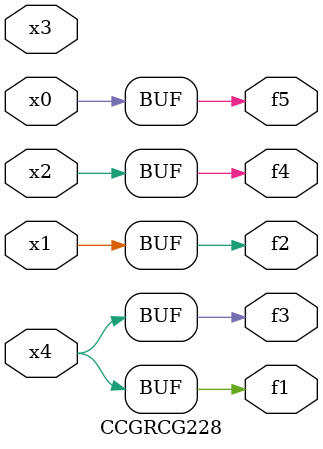
<source format=v>
module CCGRCG228(
	input x0, x1, x2, x3, x4,
	output f1, f2, f3, f4, f5
);
	assign f1 = x4;
	assign f2 = x1;
	assign f3 = x4;
	assign f4 = x2;
	assign f5 = x0;
endmodule

</source>
